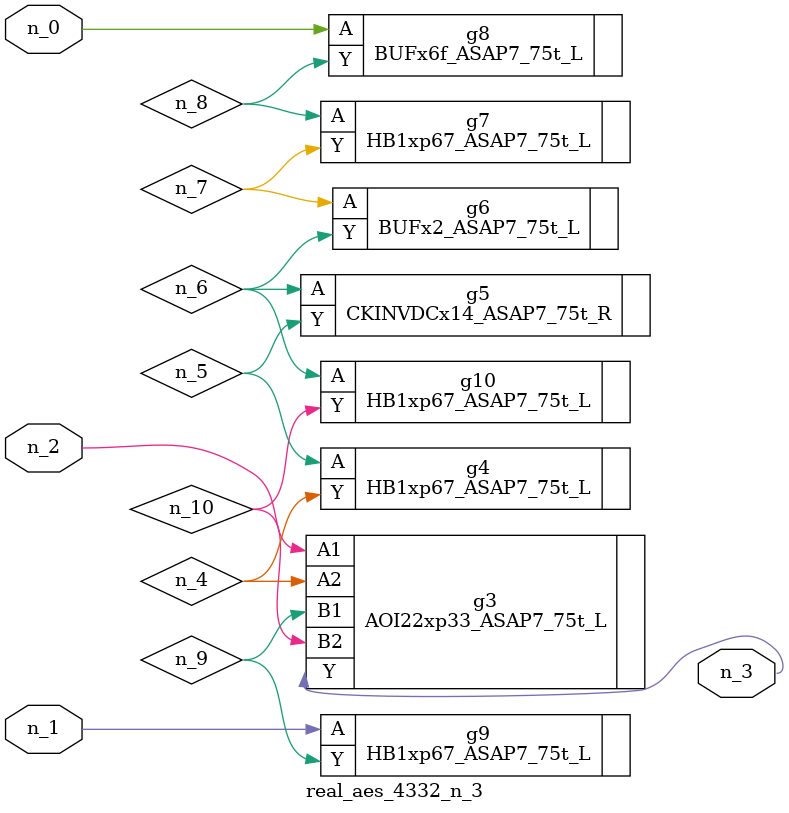
<source format=v>
module real_aes_4332_n_3 (n_0, n_2, n_1, n_3);
input n_0;
input n_2;
input n_1;
output n_3;
wire n_4;
wire n_5;
wire n_7;
wire n_9;
wire n_6;
wire n_8;
wire n_10;
BUFx6f_ASAP7_75t_L g8 ( .A(n_0), .Y(n_8) );
HB1xp67_ASAP7_75t_L g9 ( .A(n_1), .Y(n_9) );
AOI22xp33_ASAP7_75t_L g3 ( .A1(n_2), .A2(n_4), .B1(n_9), .B2(n_10), .Y(n_3) );
HB1xp67_ASAP7_75t_L g4 ( .A(n_5), .Y(n_4) );
CKINVDCx14_ASAP7_75t_R g5 ( .A(n_6), .Y(n_5) );
HB1xp67_ASAP7_75t_L g10 ( .A(n_6), .Y(n_10) );
BUFx2_ASAP7_75t_L g6 ( .A(n_7), .Y(n_6) );
HB1xp67_ASAP7_75t_L g7 ( .A(n_8), .Y(n_7) );
endmodule
</source>
